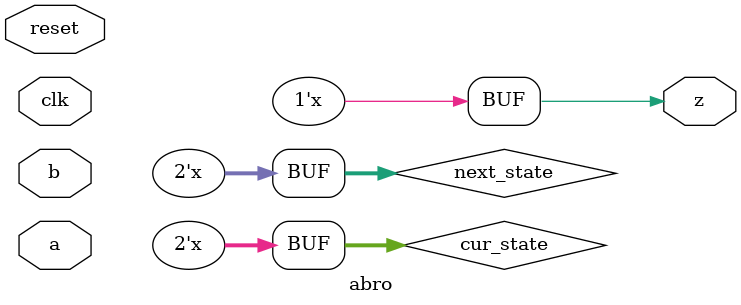
<source format=v>
module abro(
input clk,
input reset,
input a,
input b,
output z 
);
parameter IDLE = 0, SA = 1, SB = 2, SAB = 3;
reg [1:0] cur_state,next_state;
// Update state or reset on every clock edge.
// Output z is asserted 1 when the current state is SAB.
// Nest state generation logic:
// if input a and b both are high, state changes to SAB. 
// if a or b is high, then state falls back to either SAB or SA.
always@(*)begin 
cur_state = next_state;
case(cur_state)
IDLE: begin if(a==1 && b==1) next_state = SA; else next_state = IDLE ; end
SA: begin if(a==1 && b==1) next_state = SAB; else next_state = SA ; end
SB: begin if(a==1 && b==1) next_state = SAB; else next_state = SB ; end
SAB: begin if(a==1 && b==1) next_state = SAB; else next_state = IDLE ; end
endcase
end
assign z = cur_state==SAB;
endmodule

</source>
